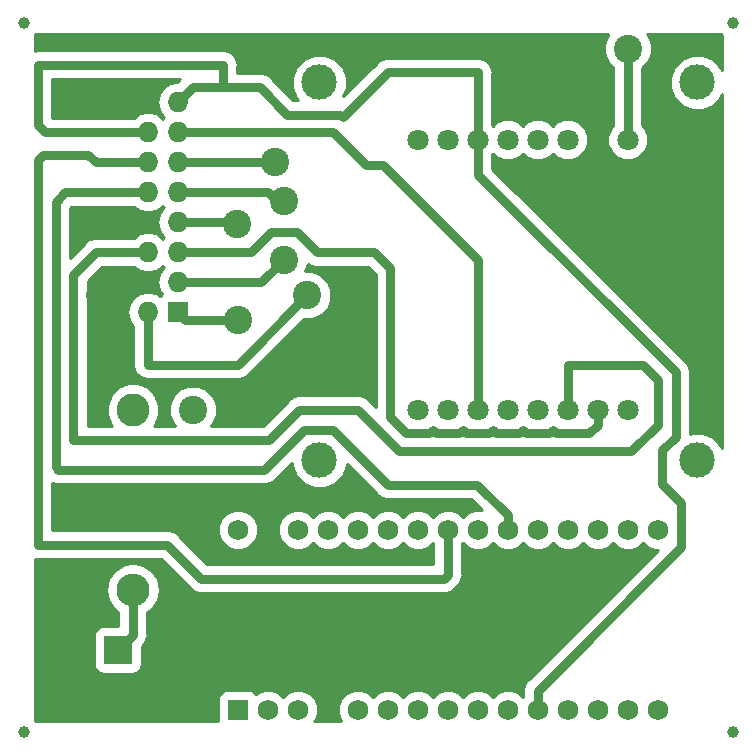
<source format=gbr>
G04 #@! TF.GenerationSoftware,KiCad,Pcbnew,(5.0.1)-4*
G04 #@! TF.CreationDate,2020-03-07T20:01:28+01:00*
G04 #@! TF.ProjectId,schemas_screen_led_64x32,736368656D61735F73637265656E5F6C,rev?*
G04 #@! TF.SameCoordinates,PX5f5e100PY7270e00*
G04 #@! TF.FileFunction,Copper,L2,Bot,Signal*
G04 #@! TF.FilePolarity,Positive*
%FSLAX46Y46*%
G04 Gerber Fmt 4.6, Leading zero omitted, Abs format (unit mm)*
G04 Created by KiCad (PCBNEW (5.0.1)-4) date 07/03/2020 20:01:28*
%MOMM*%
%LPD*%
G01*
G04 APERTURE LIST*
G04 #@! TA.AperFunction,ComponentPad*
%ADD10R,1.727200X1.727200*%
G04 #@! TD*
G04 #@! TA.AperFunction,ComponentPad*
%ADD11C,1.727200*%
G04 #@! TD*
G04 #@! TA.AperFunction,ComponentPad*
%ADD12O,1.727200X1.727200*%
G04 #@! TD*
G04 #@! TA.AperFunction,ComponentPad*
%ADD13C,1.800000*%
G04 #@! TD*
G04 #@! TA.AperFunction,ComponentPad*
%ADD14C,2.800000*%
G04 #@! TD*
G04 #@! TA.AperFunction,ComponentPad*
%ADD15O,2.800000X2.800000*%
G04 #@! TD*
G04 #@! TA.AperFunction,ComponentPad*
%ADD16R,2.400000X2.400000*%
G04 #@! TD*
G04 #@! TA.AperFunction,ComponentPad*
%ADD17C,2.400000*%
G04 #@! TD*
G04 #@! TA.AperFunction,ViaPad*
%ADD18C,3.000000*%
G04 #@! TD*
G04 #@! TA.AperFunction,ViaPad*
%ADD19C,1.000000*%
G04 #@! TD*
G04 #@! TA.AperFunction,ViaPad*
%ADD20C,2.400000*%
G04 #@! TD*
G04 #@! TA.AperFunction,Conductor*
%ADD21C,0.800000*%
G04 #@! TD*
G04 #@! TA.AperFunction,Conductor*
%ADD22C,0.254000*%
G04 #@! TD*
G04 APERTURE END LIST*
D10*
G04 #@! TO.P,XA1,D1*
G04 #@! TO.N,Net-(XA1-PadD1)*
X18110000Y1890000D03*
D11*
G04 #@! TO.P,XA1,D0*
G04 #@! TO.N,Net-(XA1-PadD0)*
X20650000Y1890000D03*
G04 #@! TO.P,XA1,RST1*
G04 #@! TO.N,Net-(XA1-PadRST1)*
X23190000Y1890000D03*
G04 #@! TO.P,XA1,GND1*
G04 #@! TO.N,GND*
X25730000Y1890000D03*
G04 #@! TO.P,XA1,D2*
G04 #@! TO.N,Net-(XA1-PadD2)*
X28270000Y1890000D03*
G04 #@! TO.P,XA1,D3*
G04 #@! TO.N,Net-(XA1-PadD3)*
X30810000Y1890000D03*
G04 #@! TO.P,XA1,D4*
G04 #@! TO.N,Net-(XA1-PadD4)*
X33350000Y1890000D03*
G04 #@! TO.P,XA1,D5*
G04 #@! TO.N,Net-(XA1-PadD5)*
X35890000Y1890000D03*
G04 #@! TO.P,XA1,D6*
G04 #@! TO.N,Net-(XA1-PadD6)*
X38430000Y1890000D03*
G04 #@! TO.P,XA1,D7*
G04 #@! TO.N,Net-(XA1-PadD7)*
X40970000Y1890000D03*
G04 #@! TO.P,XA1,D8*
G04 #@! TO.N,LAT*
X43510000Y1890000D03*
G04 #@! TO.P,XA1,D9*
G04 #@! TO.N,Net-(XA1-PadD9)*
X46050000Y1890000D03*
G04 #@! TO.P,XA1,D10*
G04 #@! TO.N,Net-(XA1-PadD10)*
X48590000Y1890000D03*
G04 #@! TO.P,XA1,D11*
G04 #@! TO.N,Net-(XA1-PadD11)*
X51130000Y1890000D03*
G04 #@! TO.P,XA1,D12*
G04 #@! TO.N,Net-(XA1-PadD12)*
X53670000Y1890000D03*
G04 #@! TO.P,XA1,D13*
G04 #@! TO.N,Net-(XA1-PadD13)*
X53670000Y17130000D03*
G04 #@! TO.P,XA1,3V3*
G04 #@! TO.N,Net-(XA1-Pad3V3)*
X51130000Y17130000D03*
G04 #@! TO.P,XA1,AREF*
G04 #@! TO.N,Net-(XA1-PadAREF)*
X48590000Y17130000D03*
G04 #@! TO.P,XA1,A0*
G04 #@! TO.N,Net-(XA1-PadA0)*
X46050000Y17130000D03*
G04 #@! TO.P,XA1,A1*
G04 #@! TO.N,A*
X43510000Y17130000D03*
G04 #@! TO.P,XA1,A2*
G04 #@! TO.N,B*
X40970000Y17130000D03*
G04 #@! TO.P,XA1,A3*
G04 #@! TO.N,C*
X38430000Y17130000D03*
G04 #@! TO.P,XA1,A4*
G04 #@! TO.N,D*
X35890000Y17130000D03*
G04 #@! TO.P,XA1,A5*
G04 #@! TO.N,Net-(XA1-PadA5)*
X33350000Y17130000D03*
G04 #@! TO.P,XA1,A6*
G04 #@! TO.N,Net-(XA1-PadA6)*
X30810000Y17130000D03*
G04 #@! TO.P,XA1,A7*
G04 #@! TO.N,Net-(XA1-PadA7)*
X28270000Y17130000D03*
G04 #@! TO.P,XA1,5V*
G04 #@! TO.N,+5V*
X25730000Y17130000D03*
G04 #@! TO.P,XA1,RST2*
G04 #@! TO.N,Net-(XA1-PadRST2)*
X23190000Y17130000D03*
G04 #@! TO.P,XA1,GND2*
G04 #@! TO.N,GND*
X20650000Y17130000D03*
G04 #@! TO.P,XA1,VIN*
G04 #@! TO.N,Net-(XA1-PadVIN)*
X18110000Y17130000D03*
G04 #@! TD*
D10*
G04 #@! TO.P,J1,1*
G04 #@! TO.N,R1*
X13030000Y35545000D03*
D12*
G04 #@! TO.P,J1,2*
G04 #@! TO.N,G1*
X10490000Y35545000D03*
G04 #@! TO.P,J1,3*
G04 #@! TO.N,B1*
X13030000Y38085000D03*
G04 #@! TO.P,J1,4*
G04 #@! TO.N,GND*
X10490000Y38085000D03*
G04 #@! TO.P,J1,5*
G04 #@! TO.N,R2*
X13030000Y40625000D03*
G04 #@! TO.P,J1,6*
G04 #@! TO.N,G2*
X10490000Y40625000D03*
G04 #@! TO.P,J1,7*
G04 #@! TO.N,B2*
X13030000Y43165000D03*
G04 #@! TO.P,J1,8*
G04 #@! TO.N,GND*
X10490000Y43165000D03*
G04 #@! TO.P,J1,9*
G04 #@! TO.N,A*
X13030000Y45705000D03*
G04 #@! TO.P,J1,10*
G04 #@! TO.N,B*
X10490000Y45705000D03*
G04 #@! TO.P,J1,11*
G04 #@! TO.N,C*
X13030000Y48245000D03*
G04 #@! TO.P,J1,12*
G04 #@! TO.N,D*
X10490000Y48245000D03*
G04 #@! TO.P,J1,13*
G04 #@! TO.N,CLK*
X13030000Y50785000D03*
G04 #@! TO.P,J1,14*
G04 #@! TO.N,LAT*
X10490000Y50785000D03*
G04 #@! TO.P,J1,15*
X13030000Y53325000D03*
G04 #@! TO.P,J1,16*
G04 #@! TO.N,GND*
X10490000Y53325000D03*
G04 #@! TD*
D13*
G04 #@! TO.P,U1,8*
G04 #@! TO.N,Net-(U1-Pad8)*
X33350000Y50150000D03*
G04 #@! TO.P,U1,7*
G04 #@! TO.N,Net-(U1-Pad7)*
X35890000Y50150000D03*
G04 #@! TO.P,U1,6*
G04 #@! TO.N,LAT*
X38430000Y50150000D03*
G04 #@! TO.P,U1,5*
G04 #@! TO.N,Net-(U1-Pad5)*
X40970000Y50150000D03*
G04 #@! TO.P,U1,4*
G04 #@! TO.N,B1*
X43510000Y50150000D03*
G04 #@! TO.P,U1,3*
G04 #@! TO.N,G1*
X46050000Y50150000D03*
G04 #@! TO.P,U1,2*
G04 #@! TO.N,GND*
X48590000Y50150000D03*
G04 #@! TO.P,U1,1*
G04 #@! TO.N,+5V*
X51130000Y50150000D03*
G04 #@! TO.P,U1,16*
G04 #@! TO.N,Net-(U1-Pad16)*
X51130000Y27290000D03*
G04 #@! TO.P,U1,15*
G04 #@! TO.N,R2*
X48590000Y27290000D03*
G04 #@! TO.P,U1,14*
G04 #@! TO.N,G2*
X46050000Y27290000D03*
G04 #@! TO.P,U1,13*
G04 #@! TO.N,B2*
X43510000Y27290000D03*
G04 #@! TO.P,U1,12*
G04 #@! TO.N,R1*
X40970000Y27290000D03*
G04 #@! TO.P,U1,11*
G04 #@! TO.N,CLK*
X38430000Y27290000D03*
G04 #@! TO.P,U1,10*
G04 #@! TO.N,Net-(U1-Pad10)*
X35890000Y27290000D03*
G04 #@! TO.P,U1,9*
G04 #@! TO.N,Net-(U1-Pad9)*
X33350000Y27290000D03*
G04 #@! TD*
D14*
G04 #@! TO.P,F1,1*
G04 #@! TO.N,+5V*
X9220000Y27290000D03*
D15*
G04 #@! TO.P,F1,2*
G04 #@! TO.N,Net-(F1-Pad2)*
X9220000Y12050000D03*
G04 #@! TD*
D16*
G04 #@! TO.P,J2,1*
G04 #@! TO.N,Net-(F1-Pad2)*
X7950000Y6970000D03*
D17*
G04 #@! TO.P,J2,2*
G04 #@! TO.N,GND*
X7950000Y3470000D03*
G04 #@! TD*
D18*
G04 #@! TO.N,*
X25000000Y55000000D03*
X57000000Y55000000D03*
X25000000Y23000000D03*
X57000000Y23000000D03*
D19*
X60000000Y60000000D03*
X0Y60000000D03*
X60000000Y0D03*
X0Y0D03*
D20*
G04 #@! TO.N,+5V*
X14300000Y27290000D03*
X51130000Y57870000D03*
G04 #@! TO.N,R1*
X18110000Y34910000D03*
G04 #@! TO.N,G1*
X24000000Y37000000D03*
G04 #@! TO.N,B1*
X22000000Y40000000D03*
G04 #@! TO.N,GND*
X5000000Y54000000D03*
X5165000Y43165000D03*
X6475030Y37000000D03*
X41607792Y58025000D03*
X3000000Y12000000D03*
G04 #@! TO.N,B2*
X18000000Y43000000D03*
G04 #@! TO.N,A*
X22000000Y45000000D03*
G04 #@! TO.N,C*
X21285000Y48245000D03*
G04 #@! TD*
D21*
G04 #@! TO.N,+5V*
X51130000Y50150000D02*
X51130000Y55130000D01*
X51130000Y55130000D02*
X51130000Y57870000D01*
G04 #@! TO.N,Net-(F1-Pad2)*
X9220000Y12050000D02*
X9220000Y8240000D01*
X9220000Y8240000D02*
X7950000Y6970000D01*
G04 #@! TO.N,R1*
X13665000Y34910000D02*
X13030000Y35545000D01*
X18110000Y34910000D02*
X13665000Y34910000D01*
G04 #@! TO.N,G1*
X16000000Y31100000D02*
X10538686Y31100000D01*
X16434002Y31100000D02*
X16000000Y31100000D01*
X10490000Y31148686D02*
X10490000Y35545000D01*
X10538686Y31100000D02*
X10490000Y31148686D01*
X18100000Y31100000D02*
X24000000Y37000000D01*
X16000000Y31100000D02*
X18100000Y31100000D01*
G04 #@! TO.N,B1*
X20085000Y38085000D02*
X22000000Y40000000D01*
X13030000Y38085000D02*
X20085000Y38085000D01*
G04 #@! TO.N,GND*
X48590000Y50150000D02*
X48590000Y51422792D01*
X25730000Y8875000D02*
X25730000Y3160000D01*
X13665000Y8875000D02*
X25730000Y8875000D01*
X25730000Y3160000D02*
X25730000Y1890000D01*
X7950000Y3470000D02*
X12070000Y3470000D01*
X13665000Y5065000D02*
X13665000Y8875000D01*
X12070000Y3470000D02*
X13665000Y5065000D01*
X9268686Y53325000D02*
X8593686Y54000000D01*
X10490000Y53325000D02*
X9268686Y53325000D01*
X8593686Y54000000D02*
X5000000Y54000000D01*
X10490000Y43165000D02*
X5165000Y43165000D01*
X10490000Y38085000D02*
X7085000Y38085000D01*
X7085000Y38085000D02*
X6475030Y37475030D01*
X6475030Y37475030D02*
X6475030Y37000000D01*
X41607792Y58025000D02*
X41607792Y58405000D01*
X48590000Y51422792D02*
X41607792Y58025000D01*
X3000000Y12000000D02*
X3000000Y5000000D01*
X4530000Y3470000D02*
X7950000Y3470000D01*
X3000000Y5000000D02*
X4530000Y3470000D01*
G04 #@! TO.N,R2*
X48590000Y26017208D02*
X48590000Y27290000D01*
X47862791Y25289999D02*
X48590000Y26017208D01*
X44780000Y25599998D02*
X45089999Y25289999D01*
X44470001Y25289999D02*
X44780000Y25599998D01*
X42549999Y25289999D02*
X44470001Y25289999D01*
X34310001Y25289999D02*
X34620000Y25599998D01*
X31000000Y26679998D02*
X32389999Y25289999D01*
X31000000Y39250000D02*
X31000000Y26679998D01*
X41930001Y25289999D02*
X42240000Y25599998D01*
X32389999Y25289999D02*
X34310001Y25289999D01*
X29625000Y40625000D02*
X31000000Y39250000D01*
X34620000Y25599998D02*
X34929999Y25289999D01*
X34929999Y25289999D02*
X36850001Y25289999D01*
X36850001Y25289999D02*
X37160000Y25599998D01*
X45089999Y25289999D02*
X47862791Y25289999D01*
X39700000Y25599998D02*
X40009999Y25289999D01*
X37160000Y25599998D02*
X37469999Y25289999D01*
X37469999Y25289999D02*
X39390001Y25289999D01*
X39390001Y25289999D02*
X39700000Y25599998D01*
X40009999Y25289999D02*
X41930001Y25289999D01*
X42240000Y25599998D02*
X42549999Y25289999D01*
X14251314Y40625000D02*
X13030000Y40625000D01*
X19220998Y40625000D02*
X14251314Y40625000D01*
X20895999Y42300001D02*
X19220998Y40625000D01*
X23104001Y42300001D02*
X20895999Y42300001D01*
X24779002Y40625000D02*
X23104001Y42300001D01*
X29625000Y40625000D02*
X24779002Y40625000D01*
G04 #@! TO.N,G2*
X46050000Y31100000D02*
X46050000Y27290000D01*
X52400000Y31100000D02*
X46050000Y31100000D01*
X53670000Y26020000D02*
X53670000Y29830000D01*
X51439989Y23789989D02*
X53670000Y26020000D01*
X31768675Y23789989D02*
X51439989Y23789989D01*
X28268664Y27290000D02*
X31768675Y23789989D01*
X6093686Y40625000D02*
X4175030Y38706344D01*
X10490000Y40625000D02*
X6093686Y40625000D01*
X4175030Y38706344D02*
X4175030Y24714970D01*
X53670000Y29830000D02*
X52400000Y31100000D01*
X4175030Y24714970D02*
X20745634Y24714970D01*
X20745634Y24714970D02*
X23320664Y27290000D01*
X23320664Y27290000D02*
X28268664Y27290000D01*
G04 #@! TO.N,B2*
X17835000Y43165000D02*
X18000000Y43000000D01*
X13030000Y43165000D02*
X17835000Y43165000D01*
G04 #@! TO.N,A*
X21410000Y45000000D02*
X22000000Y45000000D01*
X20705000Y45705000D02*
X21410000Y45000000D01*
X13030000Y45705000D02*
X20705000Y45705000D01*
G04 #@! TO.N,B*
X40970000Y18351314D02*
X40970000Y17130000D01*
X30810000Y20940000D02*
X38381314Y20940000D01*
X23751999Y25600001D02*
X26149999Y25600001D01*
X3505000Y45705000D02*
X2675020Y44875020D01*
X10490000Y45705000D02*
X3505000Y45705000D01*
X26149999Y25600001D02*
X30810000Y20940000D01*
X2675020Y44875020D02*
X2675020Y22404980D01*
X2675020Y22404980D02*
X2870000Y22210000D01*
X38381314Y20940000D02*
X40970000Y18351314D01*
X2870000Y22210000D02*
X20361998Y22210000D01*
X20361998Y22210000D02*
X23751999Y25600001D01*
G04 #@! TO.N,C*
X21285000Y48245000D02*
X21285000Y48245000D01*
X21285000Y48245000D02*
X13030000Y48245000D01*
G04 #@! TO.N,D*
X35570000Y13000000D02*
X35890000Y13320000D01*
X15000000Y13000000D02*
X35570000Y13000000D01*
X12140000Y15860000D02*
X15000000Y13000000D01*
X35890000Y13320000D02*
X35890000Y17130000D01*
X6093686Y48245000D02*
X5458686Y48880000D01*
X10490000Y48245000D02*
X6093686Y48245000D01*
X5458686Y48880000D02*
X1600000Y48880000D01*
X1600000Y48880000D02*
X1175010Y48455010D01*
X1175010Y48455010D02*
X1175010Y15860000D01*
X1175010Y15860000D02*
X12140000Y15860000D01*
G04 #@! TO.N,CLK*
X38430000Y28562792D02*
X38430000Y27290000D01*
X38430000Y39990000D02*
X38430000Y27290000D01*
X30420000Y48000000D02*
X38430000Y39990000D01*
X28933666Y48000000D02*
X30420000Y48000000D01*
X13030000Y50785000D02*
X26148666Y50785000D01*
X26148666Y50785000D02*
X28933666Y48000000D01*
G04 #@! TO.N,LAT*
X14300000Y54595000D02*
X13030000Y53325000D01*
X38430000Y50150000D02*
X38430000Y55865000D01*
X38430000Y55865000D02*
X30810000Y55865000D01*
X16840000Y54595000D02*
X14300000Y54595000D01*
X16840000Y56500000D02*
X16840000Y54595000D01*
X1175010Y56500000D02*
X16840000Y56500000D01*
X1175010Y51420000D02*
X1175010Y56500000D01*
X10490000Y50785000D02*
X1810010Y50785000D01*
X1810010Y50785000D02*
X1175010Y51420000D01*
X30810000Y55865000D02*
X27000000Y52055000D01*
X22309991Y52285009D02*
X20000000Y54595000D01*
X26769991Y52285009D02*
X22309991Y52285009D01*
X27000000Y52055000D02*
X26769991Y52285009D01*
X20015000Y54595000D02*
X20000000Y54595000D01*
X20000000Y54595000D02*
X16840000Y54595000D01*
X43510000Y3510000D02*
X43510000Y1890000D01*
X55633601Y15633601D02*
X43510000Y3510000D01*
X55633601Y19366399D02*
X55633601Y15633601D01*
X38430000Y50150000D02*
X38430000Y47191334D01*
X38430000Y47191334D02*
X55170010Y30451324D01*
X55170009Y25018011D02*
X54000000Y23848002D01*
X54000000Y23848002D02*
X54000000Y21000000D01*
X55170010Y30451324D02*
X55170009Y25018011D01*
X54000000Y21000000D02*
X55633601Y19366399D01*
G04 #@! TD*
D22*
G04 #@! TO.N,GND*
G36*
X52712352Y15696778D02*
X53333719Y15439400D01*
X53704160Y15439400D01*
X42727833Y4463072D01*
X42625383Y4394617D01*
X42354192Y3988751D01*
X42283000Y3630846D01*
X42283000Y3630843D01*
X42258963Y3510000D01*
X42283000Y3389157D01*
X42283000Y3053870D01*
X42240000Y3010870D01*
X41927648Y3323222D01*
X41306281Y3580600D01*
X40633719Y3580600D01*
X40012352Y3323222D01*
X39700000Y3010870D01*
X39387648Y3323222D01*
X38766281Y3580600D01*
X38093719Y3580600D01*
X37472352Y3323222D01*
X37160000Y3010870D01*
X36847648Y3323222D01*
X36226281Y3580600D01*
X35553719Y3580600D01*
X34932352Y3323222D01*
X34620000Y3010870D01*
X34307648Y3323222D01*
X33686281Y3580600D01*
X33013719Y3580600D01*
X32392352Y3323222D01*
X32080000Y3010870D01*
X31767648Y3323222D01*
X31146281Y3580600D01*
X30473719Y3580600D01*
X29852352Y3323222D01*
X29540000Y3010870D01*
X29227648Y3323222D01*
X28606281Y3580600D01*
X27933719Y3580600D01*
X27312352Y3323222D01*
X26836778Y2847648D01*
X26579400Y2226281D01*
X26579400Y1553719D01*
X26836778Y932352D01*
X26867130Y902000D01*
X24592870Y902000D01*
X24623222Y932352D01*
X24880600Y1553719D01*
X24880600Y2226281D01*
X24623222Y2847648D01*
X24147648Y3323222D01*
X23526281Y3580600D01*
X22853719Y3580600D01*
X22232352Y3323222D01*
X21920000Y3010870D01*
X21607648Y3323222D01*
X20986281Y3580600D01*
X20313719Y3580600D01*
X19692352Y3323222D01*
X19629566Y3260436D01*
X19569833Y3349833D01*
X19296279Y3532616D01*
X18973600Y3596801D01*
X17246400Y3596801D01*
X16923721Y3532616D01*
X16650167Y3349833D01*
X16467384Y3076279D01*
X16403199Y2753600D01*
X16403199Y1026400D01*
X16427944Y902000D01*
X974661Y902000D01*
X902000Y974661D01*
X902000Y8170000D01*
X5906799Y8170000D01*
X5906799Y5770000D01*
X5970984Y5447321D01*
X6153767Y5173767D01*
X6427321Y4990984D01*
X6750000Y4926799D01*
X9150000Y4926799D01*
X9472679Y4990984D01*
X9746233Y5173767D01*
X9929016Y5447321D01*
X9993201Y5770000D01*
X9993201Y7277961D01*
X10002169Y7286930D01*
X10104617Y7355383D01*
X10375808Y7761248D01*
X10447000Y8119153D01*
X10447000Y8119156D01*
X10471037Y8239999D01*
X10447000Y8360842D01*
X10447000Y10191466D01*
X10825577Y10444423D01*
X11317788Y11181068D01*
X11490629Y12050000D01*
X11317788Y12918932D01*
X10825577Y13655577D01*
X10088932Y14147788D01*
X9439338Y14277000D01*
X9000662Y14277000D01*
X8351068Y14147788D01*
X7614423Y13655577D01*
X7122212Y12918932D01*
X6949371Y12050000D01*
X7122212Y11181068D01*
X7614423Y10444423D01*
X7993000Y10191465D01*
X7993001Y9013201D01*
X6750000Y9013201D01*
X6427321Y8949016D01*
X6153767Y8766233D01*
X5970984Y8492679D01*
X5906799Y8170000D01*
X902000Y8170000D01*
X902000Y14663267D01*
X1054163Y14633000D01*
X1175010Y14608962D01*
X1295857Y14633000D01*
X11631761Y14633000D01*
X14046930Y12217830D01*
X14115383Y12115383D01*
X14521248Y11844192D01*
X14879153Y11773000D01*
X14879157Y11773000D01*
X15000000Y11748963D01*
X15120843Y11773000D01*
X35449157Y11773000D01*
X35570000Y11748963D01*
X35690843Y11773000D01*
X35690847Y11773000D01*
X36048752Y11844192D01*
X36454617Y12115383D01*
X36523072Y12217833D01*
X36672167Y12366928D01*
X36774617Y12435383D01*
X37045808Y12841248D01*
X37117000Y13199153D01*
X37117000Y13199156D01*
X37141037Y13319999D01*
X37117000Y13440842D01*
X37117000Y15966130D01*
X37160000Y16009130D01*
X37472352Y15696778D01*
X38093719Y15439400D01*
X38766281Y15439400D01*
X39387648Y15696778D01*
X39700000Y16009130D01*
X40012352Y15696778D01*
X40633719Y15439400D01*
X41306281Y15439400D01*
X41927648Y15696778D01*
X42240000Y16009130D01*
X42552352Y15696778D01*
X43173719Y15439400D01*
X43846281Y15439400D01*
X44467648Y15696778D01*
X44780000Y16009130D01*
X45092352Y15696778D01*
X45713719Y15439400D01*
X46386281Y15439400D01*
X47007648Y15696778D01*
X47320000Y16009130D01*
X47632352Y15696778D01*
X48253719Y15439400D01*
X48926281Y15439400D01*
X49547648Y15696778D01*
X49860000Y16009130D01*
X50172352Y15696778D01*
X50793719Y15439400D01*
X51466281Y15439400D01*
X52087648Y15696778D01*
X52400000Y16009130D01*
X52712352Y15696778D01*
X52712352Y15696778D01*
G37*
X52712352Y15696778D02*
X53333719Y15439400D01*
X53704160Y15439400D01*
X42727833Y4463072D01*
X42625383Y4394617D01*
X42354192Y3988751D01*
X42283000Y3630846D01*
X42283000Y3630843D01*
X42258963Y3510000D01*
X42283000Y3389157D01*
X42283000Y3053870D01*
X42240000Y3010870D01*
X41927648Y3323222D01*
X41306281Y3580600D01*
X40633719Y3580600D01*
X40012352Y3323222D01*
X39700000Y3010870D01*
X39387648Y3323222D01*
X38766281Y3580600D01*
X38093719Y3580600D01*
X37472352Y3323222D01*
X37160000Y3010870D01*
X36847648Y3323222D01*
X36226281Y3580600D01*
X35553719Y3580600D01*
X34932352Y3323222D01*
X34620000Y3010870D01*
X34307648Y3323222D01*
X33686281Y3580600D01*
X33013719Y3580600D01*
X32392352Y3323222D01*
X32080000Y3010870D01*
X31767648Y3323222D01*
X31146281Y3580600D01*
X30473719Y3580600D01*
X29852352Y3323222D01*
X29540000Y3010870D01*
X29227648Y3323222D01*
X28606281Y3580600D01*
X27933719Y3580600D01*
X27312352Y3323222D01*
X26836778Y2847648D01*
X26579400Y2226281D01*
X26579400Y1553719D01*
X26836778Y932352D01*
X26867130Y902000D01*
X24592870Y902000D01*
X24623222Y932352D01*
X24880600Y1553719D01*
X24880600Y2226281D01*
X24623222Y2847648D01*
X24147648Y3323222D01*
X23526281Y3580600D01*
X22853719Y3580600D01*
X22232352Y3323222D01*
X21920000Y3010870D01*
X21607648Y3323222D01*
X20986281Y3580600D01*
X20313719Y3580600D01*
X19692352Y3323222D01*
X19629566Y3260436D01*
X19569833Y3349833D01*
X19296279Y3532616D01*
X18973600Y3596801D01*
X17246400Y3596801D01*
X16923721Y3532616D01*
X16650167Y3349833D01*
X16467384Y3076279D01*
X16403199Y2753600D01*
X16403199Y1026400D01*
X16427944Y902000D01*
X974661Y902000D01*
X902000Y974661D01*
X902000Y8170000D01*
X5906799Y8170000D01*
X5906799Y5770000D01*
X5970984Y5447321D01*
X6153767Y5173767D01*
X6427321Y4990984D01*
X6750000Y4926799D01*
X9150000Y4926799D01*
X9472679Y4990984D01*
X9746233Y5173767D01*
X9929016Y5447321D01*
X9993201Y5770000D01*
X9993201Y7277961D01*
X10002169Y7286930D01*
X10104617Y7355383D01*
X10375808Y7761248D01*
X10447000Y8119153D01*
X10447000Y8119156D01*
X10471037Y8239999D01*
X10447000Y8360842D01*
X10447000Y10191466D01*
X10825577Y10444423D01*
X11317788Y11181068D01*
X11490629Y12050000D01*
X11317788Y12918932D01*
X10825577Y13655577D01*
X10088932Y14147788D01*
X9439338Y14277000D01*
X9000662Y14277000D01*
X8351068Y14147788D01*
X7614423Y13655577D01*
X7122212Y12918932D01*
X6949371Y12050000D01*
X7122212Y11181068D01*
X7614423Y10444423D01*
X7993000Y10191465D01*
X7993001Y9013201D01*
X6750000Y9013201D01*
X6427321Y8949016D01*
X6153767Y8766233D01*
X5970984Y8492679D01*
X5906799Y8170000D01*
X902000Y8170000D01*
X902000Y14663267D01*
X1054163Y14633000D01*
X1175010Y14608962D01*
X1295857Y14633000D01*
X11631761Y14633000D01*
X14046930Y12217830D01*
X14115383Y12115383D01*
X14521248Y11844192D01*
X14879153Y11773000D01*
X14879157Y11773000D01*
X15000000Y11748963D01*
X15120843Y11773000D01*
X35449157Y11773000D01*
X35570000Y11748963D01*
X35690843Y11773000D01*
X35690847Y11773000D01*
X36048752Y11844192D01*
X36454617Y12115383D01*
X36523072Y12217833D01*
X36672167Y12366928D01*
X36774617Y12435383D01*
X37045808Y12841248D01*
X37117000Y13199153D01*
X37117000Y13199156D01*
X37141037Y13319999D01*
X37117000Y13440842D01*
X37117000Y15966130D01*
X37160000Y16009130D01*
X37472352Y15696778D01*
X38093719Y15439400D01*
X38766281Y15439400D01*
X39387648Y15696778D01*
X39700000Y16009130D01*
X40012352Y15696778D01*
X40633719Y15439400D01*
X41306281Y15439400D01*
X41927648Y15696778D01*
X42240000Y16009130D01*
X42552352Y15696778D01*
X43173719Y15439400D01*
X43846281Y15439400D01*
X44467648Y15696778D01*
X44780000Y16009130D01*
X45092352Y15696778D01*
X45713719Y15439400D01*
X46386281Y15439400D01*
X47007648Y15696778D01*
X47320000Y16009130D01*
X47632352Y15696778D01*
X48253719Y15439400D01*
X48926281Y15439400D01*
X49547648Y15696778D01*
X49860000Y16009130D01*
X50172352Y15696778D01*
X50793719Y15439400D01*
X51466281Y15439400D01*
X52087648Y15696778D01*
X52400000Y16009130D01*
X52712352Y15696778D01*
G36*
X22673000Y22537131D02*
X23027264Y21681860D01*
X23681860Y21027264D01*
X24537131Y20673000D01*
X25462869Y20673000D01*
X26318140Y21027264D01*
X26972736Y21681860D01*
X27327000Y22537131D01*
X27327000Y22687760D01*
X29856932Y20157827D01*
X29925383Y20055383D01*
X30027827Y19986932D01*
X30027831Y19986928D01*
X30226321Y19854302D01*
X30331248Y19784192D01*
X30689153Y19713000D01*
X30689157Y19713000D01*
X30810000Y19688963D01*
X30930843Y19713000D01*
X37873075Y19713000D01*
X38765475Y18820600D01*
X38093719Y18820600D01*
X37472352Y18563222D01*
X37160000Y18250870D01*
X36847648Y18563222D01*
X36226281Y18820600D01*
X35553719Y18820600D01*
X34932352Y18563222D01*
X34620000Y18250870D01*
X34307648Y18563222D01*
X33686281Y18820600D01*
X33013719Y18820600D01*
X32392352Y18563222D01*
X32080000Y18250870D01*
X31767648Y18563222D01*
X31146281Y18820600D01*
X30473719Y18820600D01*
X29852352Y18563222D01*
X29540000Y18250870D01*
X29227648Y18563222D01*
X28606281Y18820600D01*
X27933719Y18820600D01*
X27312352Y18563222D01*
X27000000Y18250870D01*
X26687648Y18563222D01*
X26066281Y18820600D01*
X25393719Y18820600D01*
X24772352Y18563222D01*
X24460000Y18250870D01*
X24147648Y18563222D01*
X23526281Y18820600D01*
X22853719Y18820600D01*
X22232352Y18563222D01*
X21756778Y18087648D01*
X21499400Y17466281D01*
X21499400Y16793719D01*
X21756778Y16172352D01*
X22232352Y15696778D01*
X22853719Y15439400D01*
X23526281Y15439400D01*
X24147648Y15696778D01*
X24460000Y16009130D01*
X24772352Y15696778D01*
X25393719Y15439400D01*
X26066281Y15439400D01*
X26687648Y15696778D01*
X27000000Y16009130D01*
X27312352Y15696778D01*
X27933719Y15439400D01*
X28606281Y15439400D01*
X29227648Y15696778D01*
X29540000Y16009130D01*
X29852352Y15696778D01*
X30473719Y15439400D01*
X31146281Y15439400D01*
X31767648Y15696778D01*
X32080000Y16009130D01*
X32392352Y15696778D01*
X33013719Y15439400D01*
X33686281Y15439400D01*
X34307648Y15696778D01*
X34620000Y16009130D01*
X34663001Y15966129D01*
X34663000Y14227000D01*
X15508240Y14227000D01*
X13093072Y16642167D01*
X13024617Y16744617D01*
X12618752Y17015808D01*
X12260847Y17087000D01*
X12260843Y17087000D01*
X12140000Y17111037D01*
X12019157Y17087000D01*
X2402010Y17087000D01*
X2402010Y17466281D01*
X16419400Y17466281D01*
X16419400Y16793719D01*
X16676778Y16172352D01*
X17152352Y15696778D01*
X17773719Y15439400D01*
X18446281Y15439400D01*
X19067648Y15696778D01*
X19543222Y16172352D01*
X19800600Y16793719D01*
X19800600Y17466281D01*
X19543222Y18087648D01*
X19067648Y18563222D01*
X18446281Y18820600D01*
X17773719Y18820600D01*
X17152352Y18563222D01*
X16676778Y18087648D01*
X16419400Y17466281D01*
X2402010Y17466281D01*
X2402010Y21052051D01*
X2749153Y20983000D01*
X2749156Y20983000D01*
X2869999Y20958963D01*
X2990842Y20983000D01*
X20241155Y20983000D01*
X20361998Y20958963D01*
X20482841Y20983000D01*
X20482845Y20983000D01*
X20840750Y21054192D01*
X21246615Y21325383D01*
X21315070Y21427833D01*
X22673000Y22785763D01*
X22673000Y22537131D01*
X22673000Y22537131D01*
G37*
X22673000Y22537131D02*
X23027264Y21681860D01*
X23681860Y21027264D01*
X24537131Y20673000D01*
X25462869Y20673000D01*
X26318140Y21027264D01*
X26972736Y21681860D01*
X27327000Y22537131D01*
X27327000Y22687760D01*
X29856932Y20157827D01*
X29925383Y20055383D01*
X30027827Y19986932D01*
X30027831Y19986928D01*
X30226321Y19854302D01*
X30331248Y19784192D01*
X30689153Y19713000D01*
X30689157Y19713000D01*
X30810000Y19688963D01*
X30930843Y19713000D01*
X37873075Y19713000D01*
X38765475Y18820600D01*
X38093719Y18820600D01*
X37472352Y18563222D01*
X37160000Y18250870D01*
X36847648Y18563222D01*
X36226281Y18820600D01*
X35553719Y18820600D01*
X34932352Y18563222D01*
X34620000Y18250870D01*
X34307648Y18563222D01*
X33686281Y18820600D01*
X33013719Y18820600D01*
X32392352Y18563222D01*
X32080000Y18250870D01*
X31767648Y18563222D01*
X31146281Y18820600D01*
X30473719Y18820600D01*
X29852352Y18563222D01*
X29540000Y18250870D01*
X29227648Y18563222D01*
X28606281Y18820600D01*
X27933719Y18820600D01*
X27312352Y18563222D01*
X27000000Y18250870D01*
X26687648Y18563222D01*
X26066281Y18820600D01*
X25393719Y18820600D01*
X24772352Y18563222D01*
X24460000Y18250870D01*
X24147648Y18563222D01*
X23526281Y18820600D01*
X22853719Y18820600D01*
X22232352Y18563222D01*
X21756778Y18087648D01*
X21499400Y17466281D01*
X21499400Y16793719D01*
X21756778Y16172352D01*
X22232352Y15696778D01*
X22853719Y15439400D01*
X23526281Y15439400D01*
X24147648Y15696778D01*
X24460000Y16009130D01*
X24772352Y15696778D01*
X25393719Y15439400D01*
X26066281Y15439400D01*
X26687648Y15696778D01*
X27000000Y16009130D01*
X27312352Y15696778D01*
X27933719Y15439400D01*
X28606281Y15439400D01*
X29227648Y15696778D01*
X29540000Y16009130D01*
X29852352Y15696778D01*
X30473719Y15439400D01*
X31146281Y15439400D01*
X31767648Y15696778D01*
X32080000Y16009130D01*
X32392352Y15696778D01*
X33013719Y15439400D01*
X33686281Y15439400D01*
X34307648Y15696778D01*
X34620000Y16009130D01*
X34663001Y15966129D01*
X34663000Y14227000D01*
X15508240Y14227000D01*
X13093072Y16642167D01*
X13024617Y16744617D01*
X12618752Y17015808D01*
X12260847Y17087000D01*
X12260843Y17087000D01*
X12140000Y17111037D01*
X12019157Y17087000D01*
X2402010Y17087000D01*
X2402010Y17466281D01*
X16419400Y17466281D01*
X16419400Y16793719D01*
X16676778Y16172352D01*
X17152352Y15696778D01*
X17773719Y15439400D01*
X18446281Y15439400D01*
X19067648Y15696778D01*
X19543222Y16172352D01*
X19800600Y16793719D01*
X19800600Y17466281D01*
X19543222Y18087648D01*
X19067648Y18563222D01*
X18446281Y18820600D01*
X17773719Y18820600D01*
X17152352Y18563222D01*
X16676778Y18087648D01*
X16419400Y17466281D01*
X2402010Y17466281D01*
X2402010Y21052051D01*
X2749153Y20983000D01*
X2749156Y20983000D01*
X2869999Y20958963D01*
X2990842Y20983000D01*
X20241155Y20983000D01*
X20361998Y20958963D01*
X20482841Y20983000D01*
X20482845Y20983000D01*
X20840750Y21054192D01*
X21246615Y21325383D01*
X21315070Y21427833D01*
X22673000Y22785763D01*
X22673000Y22537131D01*
G36*
X49411593Y59018203D02*
X49103000Y58273195D01*
X49103000Y57466805D01*
X49411593Y56721797D01*
X49903000Y56230390D01*
X49903000Y55009154D01*
X49903001Y55009149D01*
X49903000Y51365347D01*
X49665920Y51128267D01*
X49403000Y50493522D01*
X49403000Y49806478D01*
X49665920Y49171733D01*
X50151733Y48685920D01*
X50786478Y48423000D01*
X51473522Y48423000D01*
X52108267Y48685920D01*
X52594080Y49171733D01*
X52857000Y49806478D01*
X52857000Y50493522D01*
X52594080Y51128267D01*
X52357000Y51365347D01*
X52357000Y56230390D01*
X52848407Y56721797D01*
X53157000Y57466805D01*
X53157000Y58273195D01*
X52848407Y59018203D01*
X52768610Y59098000D01*
X59025339Y59098000D01*
X59098001Y59025338D01*
X59098001Y56015723D01*
X58972736Y56318140D01*
X58318140Y56972736D01*
X57462869Y57327000D01*
X56537131Y57327000D01*
X55681860Y56972736D01*
X55027264Y56318140D01*
X54673000Y55462869D01*
X54673000Y54537131D01*
X55027264Y53681860D01*
X55681860Y53027264D01*
X56537131Y52673000D01*
X57462869Y52673000D01*
X58318140Y53027264D01*
X58972736Y53681860D01*
X59098001Y53984277D01*
X59098000Y24015724D01*
X58972736Y24318140D01*
X58318140Y24972736D01*
X57462869Y25327000D01*
X56537131Y25327000D01*
X56397008Y25268959D01*
X56397010Y30330482D01*
X56421047Y30451325D01*
X56397010Y30572171D01*
X56325818Y30930075D01*
X56325818Y30930076D01*
X56123081Y31233493D01*
X56123078Y31233496D01*
X56054627Y31335940D01*
X55952183Y31404391D01*
X39657000Y47699573D01*
X39657000Y48934653D01*
X39700000Y48977653D01*
X39991733Y48685920D01*
X40626478Y48423000D01*
X41313522Y48423000D01*
X41948267Y48685920D01*
X42240000Y48977653D01*
X42531733Y48685920D01*
X43166478Y48423000D01*
X43853522Y48423000D01*
X44488267Y48685920D01*
X44780000Y48977653D01*
X45071733Y48685920D01*
X45706478Y48423000D01*
X46393522Y48423000D01*
X47028267Y48685920D01*
X47514080Y49171733D01*
X47777000Y49806478D01*
X47777000Y50493522D01*
X47514080Y51128267D01*
X47028267Y51614080D01*
X46393522Y51877000D01*
X45706478Y51877000D01*
X45071733Y51614080D01*
X44780000Y51322347D01*
X44488267Y51614080D01*
X43853522Y51877000D01*
X43166478Y51877000D01*
X42531733Y51614080D01*
X42240000Y51322347D01*
X41948267Y51614080D01*
X41313522Y51877000D01*
X40626478Y51877000D01*
X39991733Y51614080D01*
X39700000Y51322347D01*
X39657000Y51365347D01*
X39657000Y55744153D01*
X39681038Y55865000D01*
X39585808Y56343752D01*
X39314617Y56749617D01*
X38908752Y57020808D01*
X38550847Y57092000D01*
X38430000Y57116038D01*
X38309153Y57092000D01*
X30930843Y57092000D01*
X30810000Y57116037D01*
X30689157Y57092000D01*
X30689153Y57092000D01*
X30331248Y57020808D01*
X29925383Y56749617D01*
X29856930Y56647170D01*
X27030093Y53820332D01*
X27327000Y54537131D01*
X27327000Y55462869D01*
X26972736Y56318140D01*
X26318140Y56972736D01*
X25462869Y57327000D01*
X24537131Y57327000D01*
X23681860Y56972736D01*
X23027264Y56318140D01*
X22673000Y55462869D01*
X22673000Y54537131D01*
X23027264Y53681860D01*
X23197115Y53512009D01*
X22818232Y53512009D01*
X20998277Y55331962D01*
X20899617Y55479617D01*
X20493752Y55750808D01*
X20135847Y55822000D01*
X20120843Y55822000D01*
X20000000Y55846037D01*
X19879157Y55822000D01*
X18067000Y55822000D01*
X18067000Y56379153D01*
X18091038Y56500000D01*
X17995808Y56978752D01*
X17724617Y57384617D01*
X17318752Y57655808D01*
X16960847Y57727000D01*
X16840000Y57751038D01*
X16719153Y57727000D01*
X1295857Y57727000D01*
X1175010Y57751038D01*
X1054163Y57727000D01*
X902000Y57696733D01*
X902000Y59025339D01*
X974661Y59098000D01*
X49491390Y59098000D01*
X49411593Y59018203D01*
X49411593Y59018203D01*
G37*
X49411593Y59018203D02*
X49103000Y58273195D01*
X49103000Y57466805D01*
X49411593Y56721797D01*
X49903000Y56230390D01*
X49903000Y55009154D01*
X49903001Y55009149D01*
X49903000Y51365347D01*
X49665920Y51128267D01*
X49403000Y50493522D01*
X49403000Y49806478D01*
X49665920Y49171733D01*
X50151733Y48685920D01*
X50786478Y48423000D01*
X51473522Y48423000D01*
X52108267Y48685920D01*
X52594080Y49171733D01*
X52857000Y49806478D01*
X52857000Y50493522D01*
X52594080Y51128267D01*
X52357000Y51365347D01*
X52357000Y56230390D01*
X52848407Y56721797D01*
X53157000Y57466805D01*
X53157000Y58273195D01*
X52848407Y59018203D01*
X52768610Y59098000D01*
X59025339Y59098000D01*
X59098001Y59025338D01*
X59098001Y56015723D01*
X58972736Y56318140D01*
X58318140Y56972736D01*
X57462869Y57327000D01*
X56537131Y57327000D01*
X55681860Y56972736D01*
X55027264Y56318140D01*
X54673000Y55462869D01*
X54673000Y54537131D01*
X55027264Y53681860D01*
X55681860Y53027264D01*
X56537131Y52673000D01*
X57462869Y52673000D01*
X58318140Y53027264D01*
X58972736Y53681860D01*
X59098001Y53984277D01*
X59098000Y24015724D01*
X58972736Y24318140D01*
X58318140Y24972736D01*
X57462869Y25327000D01*
X56537131Y25327000D01*
X56397008Y25268959D01*
X56397010Y30330482D01*
X56421047Y30451325D01*
X56397010Y30572171D01*
X56325818Y30930075D01*
X56325818Y30930076D01*
X56123081Y31233493D01*
X56123078Y31233496D01*
X56054627Y31335940D01*
X55952183Y31404391D01*
X39657000Y47699573D01*
X39657000Y48934653D01*
X39700000Y48977653D01*
X39991733Y48685920D01*
X40626478Y48423000D01*
X41313522Y48423000D01*
X41948267Y48685920D01*
X42240000Y48977653D01*
X42531733Y48685920D01*
X43166478Y48423000D01*
X43853522Y48423000D01*
X44488267Y48685920D01*
X44780000Y48977653D01*
X45071733Y48685920D01*
X45706478Y48423000D01*
X46393522Y48423000D01*
X47028267Y48685920D01*
X47514080Y49171733D01*
X47777000Y49806478D01*
X47777000Y50493522D01*
X47514080Y51128267D01*
X47028267Y51614080D01*
X46393522Y51877000D01*
X45706478Y51877000D01*
X45071733Y51614080D01*
X44780000Y51322347D01*
X44488267Y51614080D01*
X43853522Y51877000D01*
X43166478Y51877000D01*
X42531733Y51614080D01*
X42240000Y51322347D01*
X41948267Y51614080D01*
X41313522Y51877000D01*
X40626478Y51877000D01*
X39991733Y51614080D01*
X39700000Y51322347D01*
X39657000Y51365347D01*
X39657000Y55744153D01*
X39681038Y55865000D01*
X39585808Y56343752D01*
X39314617Y56749617D01*
X38908752Y57020808D01*
X38550847Y57092000D01*
X38430000Y57116038D01*
X38309153Y57092000D01*
X30930843Y57092000D01*
X30810000Y57116037D01*
X30689157Y57092000D01*
X30689153Y57092000D01*
X30331248Y57020808D01*
X29925383Y56749617D01*
X29856930Y56647170D01*
X27030093Y53820332D01*
X27327000Y54537131D01*
X27327000Y55462869D01*
X26972736Y56318140D01*
X26318140Y56972736D01*
X25462869Y57327000D01*
X24537131Y57327000D01*
X23681860Y56972736D01*
X23027264Y56318140D01*
X22673000Y55462869D01*
X22673000Y54537131D01*
X23027264Y53681860D01*
X23197115Y53512009D01*
X22818232Y53512009D01*
X20998277Y55331962D01*
X20899617Y55479617D01*
X20493752Y55750808D01*
X20135847Y55822000D01*
X20120843Y55822000D01*
X20000000Y55846037D01*
X19879157Y55822000D01*
X18067000Y55822000D01*
X18067000Y56379153D01*
X18091038Y56500000D01*
X17995808Y56978752D01*
X17724617Y57384617D01*
X17318752Y57655808D01*
X16960847Y57727000D01*
X16840000Y57751038D01*
X16719153Y57727000D01*
X1295857Y57727000D01*
X1175010Y57751038D01*
X1054163Y57727000D01*
X902000Y57696733D01*
X902000Y59025339D01*
X974661Y59098000D01*
X49491390Y59098000D01*
X49411593Y59018203D01*
G36*
X24300250Y39469192D02*
X24658155Y39398000D01*
X24658158Y39398000D01*
X24779001Y39373963D01*
X24899844Y39398000D01*
X29116760Y39398000D01*
X29773000Y38741760D01*
X29773001Y27520902D01*
X29221736Y28072167D01*
X29153281Y28174617D01*
X28747416Y28445808D01*
X28389511Y28517000D01*
X28389507Y28517000D01*
X28268664Y28541037D01*
X28147821Y28517000D01*
X23441506Y28517000D01*
X23320663Y28541037D01*
X23199820Y28517000D01*
X23199817Y28517000D01*
X22841912Y28445808D01*
X22576204Y28268267D01*
X22436047Y28174617D01*
X22367594Y28072170D01*
X20237395Y25941970D01*
X15818580Y25941970D01*
X16018407Y26141797D01*
X16327000Y26886805D01*
X16327000Y27693195D01*
X16018407Y28438203D01*
X15448203Y29008407D01*
X14703195Y29317000D01*
X13896805Y29317000D01*
X13151797Y29008407D01*
X12581593Y28438203D01*
X12273000Y27693195D01*
X12273000Y26886805D01*
X12581593Y26141797D01*
X12781420Y25941970D01*
X11021424Y25941970D01*
X11107960Y26028506D01*
X11447000Y26847022D01*
X11447000Y27732978D01*
X11107960Y28551494D01*
X10481494Y29177960D01*
X9662978Y29517000D01*
X8777022Y29517000D01*
X7958506Y29177960D01*
X7332040Y28551494D01*
X6993000Y27732978D01*
X6993000Y26847022D01*
X7332040Y26028506D01*
X7418576Y25941970D01*
X5402030Y25941970D01*
X5402030Y38198105D01*
X6601926Y39398000D01*
X9283337Y39398000D01*
X9830361Y39032490D01*
X10323494Y38934400D01*
X10656506Y38934400D01*
X11149639Y39032490D01*
X11708854Y39406146D01*
X11760000Y39482691D01*
X11811146Y39406146D01*
X11887691Y39355000D01*
X11811146Y39303854D01*
X11437490Y38744639D01*
X11306280Y38085000D01*
X11437490Y37425361D01*
X11672701Y37073344D01*
X11570167Y37004833D01*
X11501656Y36902299D01*
X11149639Y37137510D01*
X10656506Y37235600D01*
X10323494Y37235600D01*
X9830361Y37137510D01*
X9271146Y36763854D01*
X8897490Y36204639D01*
X8766280Y35545000D01*
X8897490Y34885361D01*
X9263001Y34338336D01*
X9263000Y31269529D01*
X9238963Y31148686D01*
X9263000Y31027843D01*
X9263000Y31027840D01*
X9334192Y30669935D01*
X9605383Y30264069D01*
X9634568Y30244568D01*
X9654069Y30215383D01*
X10059934Y29944192D01*
X10417839Y29873000D01*
X10417842Y29873000D01*
X10538685Y29848963D01*
X10659528Y29873000D01*
X17979157Y29873000D01*
X18100000Y29848963D01*
X18220843Y29873000D01*
X18220847Y29873000D01*
X18578752Y29944192D01*
X18984617Y30215383D01*
X19053072Y30317833D01*
X23708240Y34973000D01*
X24403195Y34973000D01*
X25148203Y35281593D01*
X25718407Y35851797D01*
X26027000Y36596805D01*
X26027000Y37403195D01*
X25718407Y38148203D01*
X25148203Y38718407D01*
X24403195Y39027000D01*
X23790979Y39027000D01*
X24027000Y39596805D01*
X24027000Y39651772D01*
X24300250Y39469192D01*
X24300250Y39469192D01*
G37*
X24300250Y39469192D02*
X24658155Y39398000D01*
X24658158Y39398000D01*
X24779001Y39373963D01*
X24899844Y39398000D01*
X29116760Y39398000D01*
X29773000Y38741760D01*
X29773001Y27520902D01*
X29221736Y28072167D01*
X29153281Y28174617D01*
X28747416Y28445808D01*
X28389511Y28517000D01*
X28389507Y28517000D01*
X28268664Y28541037D01*
X28147821Y28517000D01*
X23441506Y28517000D01*
X23320663Y28541037D01*
X23199820Y28517000D01*
X23199817Y28517000D01*
X22841912Y28445808D01*
X22576204Y28268267D01*
X22436047Y28174617D01*
X22367594Y28072170D01*
X20237395Y25941970D01*
X15818580Y25941970D01*
X16018407Y26141797D01*
X16327000Y26886805D01*
X16327000Y27693195D01*
X16018407Y28438203D01*
X15448203Y29008407D01*
X14703195Y29317000D01*
X13896805Y29317000D01*
X13151797Y29008407D01*
X12581593Y28438203D01*
X12273000Y27693195D01*
X12273000Y26886805D01*
X12581593Y26141797D01*
X12781420Y25941970D01*
X11021424Y25941970D01*
X11107960Y26028506D01*
X11447000Y26847022D01*
X11447000Y27732978D01*
X11107960Y28551494D01*
X10481494Y29177960D01*
X9662978Y29517000D01*
X8777022Y29517000D01*
X7958506Y29177960D01*
X7332040Y28551494D01*
X6993000Y27732978D01*
X6993000Y26847022D01*
X7332040Y26028506D01*
X7418576Y25941970D01*
X5402030Y25941970D01*
X5402030Y38198105D01*
X6601926Y39398000D01*
X9283337Y39398000D01*
X9830361Y39032490D01*
X10323494Y38934400D01*
X10656506Y38934400D01*
X11149639Y39032490D01*
X11708854Y39406146D01*
X11760000Y39482691D01*
X11811146Y39406146D01*
X11887691Y39355000D01*
X11811146Y39303854D01*
X11437490Y38744639D01*
X11306280Y38085000D01*
X11437490Y37425361D01*
X11672701Y37073344D01*
X11570167Y37004833D01*
X11501656Y36902299D01*
X11149639Y37137510D01*
X10656506Y37235600D01*
X10323494Y37235600D01*
X9830361Y37137510D01*
X9271146Y36763854D01*
X8897490Y36204639D01*
X8766280Y35545000D01*
X8897490Y34885361D01*
X9263001Y34338336D01*
X9263000Y31269529D01*
X9238963Y31148686D01*
X9263000Y31027843D01*
X9263000Y31027840D01*
X9334192Y30669935D01*
X9605383Y30264069D01*
X9634568Y30244568D01*
X9654069Y30215383D01*
X10059934Y29944192D01*
X10417839Y29873000D01*
X10417842Y29873000D01*
X10538685Y29848963D01*
X10659528Y29873000D01*
X17979157Y29873000D01*
X18100000Y29848963D01*
X18220843Y29873000D01*
X18220847Y29873000D01*
X18578752Y29944192D01*
X18984617Y30215383D01*
X19053072Y30317833D01*
X23708240Y34973000D01*
X24403195Y34973000D01*
X25148203Y35281593D01*
X25718407Y35851797D01*
X26027000Y36596805D01*
X26027000Y37403195D01*
X25718407Y38148203D01*
X25148203Y38718407D01*
X24403195Y39027000D01*
X23790979Y39027000D01*
X24027000Y39596805D01*
X24027000Y39651772D01*
X24300250Y39469192D01*
G36*
X11811146Y44486146D02*
X11887691Y44435000D01*
X11811146Y44383854D01*
X11437490Y43824639D01*
X11306280Y43165000D01*
X11437490Y42505361D01*
X11811146Y41946146D01*
X11887691Y41895000D01*
X11811146Y41843854D01*
X11760000Y41767309D01*
X11708854Y41843854D01*
X11149639Y42217510D01*
X10656506Y42315600D01*
X10323494Y42315600D01*
X9830361Y42217510D01*
X9283337Y41852000D01*
X6214528Y41852000D01*
X6093685Y41876037D01*
X5972842Y41852000D01*
X5972839Y41852000D01*
X5614934Y41780808D01*
X5521545Y41718407D01*
X5209069Y41509617D01*
X5140616Y41407170D01*
X3902020Y40168573D01*
X3902020Y44366781D01*
X4013240Y44478000D01*
X9283337Y44478000D01*
X9830361Y44112490D01*
X10323494Y44014400D01*
X10656506Y44014400D01*
X11149639Y44112490D01*
X11708854Y44486146D01*
X11760000Y44562691D01*
X11811146Y44486146D01*
X11811146Y44486146D01*
G37*
X11811146Y44486146D02*
X11887691Y44435000D01*
X11811146Y44383854D01*
X11437490Y43824639D01*
X11306280Y43165000D01*
X11437490Y42505361D01*
X11811146Y41946146D01*
X11887691Y41895000D01*
X11811146Y41843854D01*
X11760000Y41767309D01*
X11708854Y41843854D01*
X11149639Y42217510D01*
X10656506Y42315600D01*
X10323494Y42315600D01*
X9830361Y42217510D01*
X9283337Y41852000D01*
X6214528Y41852000D01*
X6093685Y41876037D01*
X5972842Y41852000D01*
X5972839Y41852000D01*
X5614934Y41780808D01*
X5521545Y41718407D01*
X5209069Y41509617D01*
X5140616Y41407170D01*
X3902020Y40168573D01*
X3902020Y44366781D01*
X4013240Y44478000D01*
X9283337Y44478000D01*
X9830361Y44112490D01*
X10323494Y44014400D01*
X10656506Y44014400D01*
X11149639Y44112490D01*
X11708854Y44486146D01*
X11760000Y44562691D01*
X11811146Y44486146D01*
G36*
X12985360Y55015600D02*
X12863494Y55015600D01*
X12370361Y54917510D01*
X11811146Y54543854D01*
X11437490Y53984639D01*
X11306280Y53325000D01*
X11437490Y52665361D01*
X11811146Y52106146D01*
X11887691Y52055000D01*
X11811146Y52003854D01*
X11760000Y51927309D01*
X11708854Y52003854D01*
X11149639Y52377510D01*
X10656506Y52475600D01*
X10323494Y52475600D01*
X9830361Y52377510D01*
X9283337Y52012000D01*
X2402010Y52012000D01*
X2402010Y55273000D01*
X13242760Y55273000D01*
X12985360Y55015600D01*
X12985360Y55015600D01*
G37*
X12985360Y55015600D02*
X12863494Y55015600D01*
X12370361Y54917510D01*
X11811146Y54543854D01*
X11437490Y53984639D01*
X11306280Y53325000D01*
X11437490Y52665361D01*
X11811146Y52106146D01*
X11887691Y52055000D01*
X11811146Y52003854D01*
X11760000Y51927309D01*
X11708854Y52003854D01*
X11149639Y52377510D01*
X10656506Y52475600D01*
X10323494Y52475600D01*
X9830361Y52377510D01*
X9283337Y52012000D01*
X2402010Y52012000D01*
X2402010Y55273000D01*
X13242760Y55273000D01*
X12985360Y55015600D01*
G04 #@! TD*
M02*

</source>
